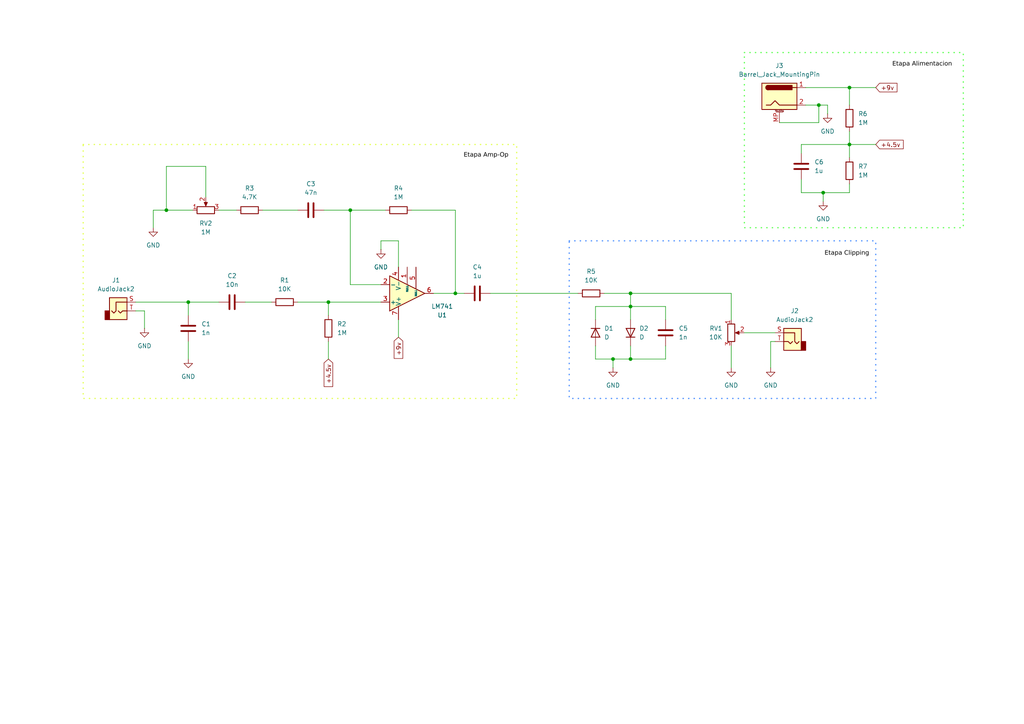
<source format=kicad_sch>
(kicad_sch (version 20231120) (generator "eeschema") (generator_version "8.0")
  (paper "A4")
  (lib_symbols
    (symbol "Amplifier_Operational:LM741" (pin_names (offset 0.127))
      (property "Reference" "U" (at 0 6.35 0))
      (property "Value" "LM741" (at 0 3.81 0))
      (symbol "LM741_0_1"
        (polyline (pts (xy -5.08 5.08) (xy 5.08 0) (xy -5.08 -5.08) (xy -5.08 5.08)) (stroke (width 0.254)) (fill (type background)))
      )
      (symbol "LM741_1_1"
        (pin input line (at 0 -7.62 90) (length 5.08) (name "NULL") (number "1"))
        (pin input line (at -7.62 -2.54 0) (length 2.54) (name "-") (number "2"))
        (pin input line (at -7.62 2.54 0) (length 2.54) (name "+") (number "3"))
        (pin power_in line (at -2.54 -7.62 90) (length 3.81) (name "V-") (number "4"))
        (pin input line (at 2.54 -7.62 90) (length 6.35) (name "NULL") (number "5"))
        (pin output line (at 7.62 0 180) (length 2.54) (name "~") (number "6"))
        (pin power_in line (at -2.54 7.62 270) (length 3.81) (name "V+") (number "7"))
        (pin no_connect line (at 0 2.54 270) (length 2.54) hide (name "NC") (number "8"))
      )
    )
    (symbol "Connector:Barrel_Jack_MountingPin" (pin_names hide)
      (property "Reference" "J" (at 0 5.334 0))
      (property "Value" "Barrel_Jack_MountingPin" (at 1.27 -6.35 0))
      (symbol "Barrel_Jack_MountingPin_0_1"
        (rectangle (start -5.08 3.81) (end 5.08 -3.81) (stroke (width 0.254)) (fill (type background)))
        (arc (start -3.302 3.175) (mid -3.9343 2.54) (end -3.302 1.905) (stroke (width 0.254)))
        (arc (start -3.302 3.175) (mid -3.9343 2.54) (end -3.302 1.905) (stroke (width 0.254)) (fill (type outline)))
        (polyline (pts (xy 5.08 2.54) (xy 3.81 2.54)) (stroke (width 0.254)))
        (polyline (pts (xy -3.81 -2.54) (xy -2.54 -2.54) (xy -1.27 -1.27) (xy 0 -2.54) (xy 2.54 -2.54) (xy 5.08 -2.54)) (stroke (width 0.254)))
        (rectangle (start 3.683 3.175) (end -3.302 1.905) (stroke (width 0.254)) (fill (type outline)))
      )
      (symbol "Barrel_Jack_MountingPin_1_1"
        (polyline (pts (xy -1.016 -4.572) (xy 1.016 -4.572)) (stroke (width 0.1524)))
        (text "Mounting" (at 0 -4.191 0) (effects (font (size 0.381 0.381))))
        (pin passive line (at 7.62 2.54 180) (length 2.54) (name "~") (number "1"))
        (pin passive line (at 7.62 -2.54 180) (length 2.54) (name "~") (number "2"))
        (pin passive line (at 0 -7.62 90) (length 3.048) (name "MountPin") (number "MP"))
      )
    )
    (symbol "Connector_Audio:AudioJack2"
      (property "Reference" "J" (at 0 8.89 0))
      (property "Value" "AudioJack2" (at 0 6.35 0))
      (symbol "AudioJack2_0_1"
        (rectangle (start -3.81 0) (end -2.54 -2.54) (stroke (width 0.254)) (fill (type outline)))
        (rectangle (start -2.54 3.81) (end 2.54 -2.54) (stroke (width 0.254)) (fill (type background)))
        (polyline (pts (xy 0 0) (xy 0.635 -0.635) (xy 1.27 0) (xy 2.54 0)) (stroke (width 0.254)))
        (polyline (pts (xy 2.54 2.54) (xy -0.635 2.54) (xy -0.635 0) (xy -1.27 -0.635) (xy -1.905 0)) (stroke (width 0.254)))
      )
      (symbol "AudioJack2_1_1"
        (pin passive line (at 5.08 2.54 180) (length 2.54) (name "~") (number "S"))
        (pin passive line (at 5.08 0 180) (length 2.54) (name "~") (number "T"))
      )
    )
    (symbol "Device:C" (pin_numbers hide) (pin_names (offset 0.254))
      (property "Reference" "C" (at 0.635 2.54 0))
      (property "Value" "C" (at 0.635 -2.54 0))
      (symbol "C_0_1"
        (polyline (pts (xy -2.032 -0.762) (xy 2.032 -0.762)) (stroke (width 0.508)))
        (polyline (pts (xy -2.032 0.762) (xy 2.032 0.762)) (stroke (width 0.508)))
      )
      (symbol "C_1_1"
        (pin passive line (at 0 3.81 270) (length 2.794) (name "~") (number "1"))
        (pin passive line (at 0 -3.81 90) (length 2.794) (name "~") (number "2"))
      )
    )
    (symbol "Device:D" (pin_numbers hide) (pin_names (offset 1.016) hide)
      (property "Reference" "D" (at 0 2.54 0))
      (property "Value" "D" (at 0 -2.54 0))
      (symbol "D_0_1"
        (polyline (pts (xy -1.27 1.27) (xy -1.27 -1.27)) (stroke (width 0.254)))
        (polyline (pts (xy 1.27 0) (xy -1.27 0)))
        (polyline (pts (xy 1.27 1.27) (xy 1.27 -1.27) (xy -1.27 0) (xy 1.27 1.27)) (stroke (width 0.254)))
      )
      (symbol "D_1_1"
        (pin passive line (at -3.81 0 0) (length 2.54) (name "K") (number "1"))
        (pin passive line (at 3.81 0 180) (length 2.54) (name "A") (number "2"))
      )
    )
    (symbol "Device:R" (pin_numbers hide) (pin_names (offset 0))
      (property "Reference" "R" (at 2.032 0 90))
      (property "Value" "R" (at 0 0 90))
      (symbol "R_0_1"
        (rectangle (start -1.016 -2.54) (end 1.016 2.54) (stroke (width 0.254)))
      )
      (symbol "R_1_1"
        (pin passive line (at 0 3.81 270) (length 1.27) (name "~") (number "1"))
        (pin passive line (at 0 -3.81 90) (length 1.27) (name "~") (number "2"))
      )
    )
    (symbol "Device:R_Potentiometer" (pin_names (offset 1.016) hide)
      (property "Reference" "RV" (at -4.445 0 90))
      (property "Value" "R_Potentiometer" (at -2.54 0 90))
      (symbol "R_Potentiometer_0_1"
        (polyline (pts (xy 2.54 0) (xy 1.524 0)))
        (polyline (pts (xy 1.143 0) (xy 2.286 0.508) (xy 2.286 -0.508) (xy 1.143 0)) (fill (type outline)))
        (rectangle (start 1.016 2.54) (end -1.016 -2.54) (stroke (width 0.254)))
      )
      (symbol "R_Potentiometer_1_1"
        (pin passive line (at 0 3.81 270) (length 1.27) (name "1") (number "1"))
        (pin passive line (at 3.81 0 180) (length 1.27) (name "2") (number "2"))
        (pin passive line (at 0 -3.81 90) (length 1.27) (name "3") (number "3"))
      )
    )
    (symbol "power:GND" (power) (pin_numbers hide) (pin_names (offset 0) hide)
      (property "Value" "GND" (at 0 -3.81 0))
      (symbol "GND_0_1"
        (polyline (pts (xy 0 0) (xy 0 -1.27) (xy 1.27 -1.27) (xy 0 -2.54) (xy -1.27 -1.27) (xy 0 -1.27)))
      )
      (symbol "GND_1_1"
        (pin power_in line (at 0 0 270) (length 0) (name "~") (number "1"))
      )
    )
  )
  (junction (at 238.76 55.88))
  (junction (at 182.88 88.9))
  (junction (at 132.08 85.09))
  (junction (at 177.8 104.14))
  (junction (at 54.61 87.63))
  (junction (at 101.6 60.96))
  (junction (at 246.38 25.4))
  (junction (at 48.26 60.96))
  (junction (at 237.49 30.48))
  (junction (at 246.38 41.91))
  (junction (at 95.25 87.63))
  (junction (at 182.88 85.09))
  (junction (at 182.88 104.14))
  (wire (pts (xy 172.72 104.14) (xy 172.72 100.33)))
  (wire (pts (xy 182.88 85.09) (xy 182.88 88.9)))
  (wire (pts (xy 95.25 99.06) (xy 95.25 104.14)))
  (wire (pts (xy 115.57 69.85) (xy 115.57 77.47)))
  (wire (pts (xy 59.69 57.15) (xy 59.69 48.26)))
  (wire (pts (xy 232.41 44.45) (xy 232.41 41.91)))
  (wire (pts (xy 101.6 60.96) (xy 111.76 60.96)))
  (wire (pts (xy 110.49 82.55) (xy 101.6 82.55)))
  (wire (pts (xy 246.38 41.91) (xy 246.38 45.72)))
  (wire (pts (xy 63.5 60.96) (xy 68.58 60.96)))
  (wire (pts (xy 182.88 88.9) (xy 182.88 92.71)))
  (wire (pts (xy 172.72 92.71) (xy 172.72 88.9)))
  (wire (pts (xy 110.49 72.39) (xy 110.49 69.85)))
  (wire (pts (xy 246.38 53.34) (xy 246.38 55.88)))
  (wire (pts (xy 95.25 87.63) (xy 95.25 91.44)))
  (wire (pts (xy 212.09 92.71) (xy 212.09 85.09)))
  (wire (pts (xy 223.52 99.06) (xy 223.52 106.68)))
  (wire (pts (xy 71.12 87.63) (xy 78.74 87.63)))
  (wire (pts (xy 232.41 41.91) (xy 246.38 41.91)))
  (wire (pts (xy 254 25.4) (xy 246.38 25.4)))
  (wire (pts (xy 48.26 48.26) (xy 48.26 60.96)))
  (wire (pts (xy 54.61 87.63) (xy 54.61 91.44)))
  (wire (pts (xy 193.04 88.9) (xy 182.88 88.9)))
  (wire (pts (xy 238.76 55.88) (xy 238.76 58.42)))
  (wire (pts (xy 119.38 60.96) (xy 132.08 60.96)))
  (wire (pts (xy 95.25 87.63) (xy 110.49 87.63)))
  (wire (pts (xy 76.2 60.96) (xy 86.36 60.96)))
  (wire (pts (xy 246.38 55.88) (xy 238.76 55.88)))
  (wire (pts (xy 246.38 41.91) (xy 254 41.91)))
  (wire (pts (xy 246.38 25.4) (xy 246.38 30.48)))
  (wire (pts (xy 110.49 69.85) (xy 115.57 69.85)))
  (wire (pts (xy 55.88 60.96) (xy 48.26 60.96)))
  (wire (pts (xy 175.26 85.09) (xy 182.88 85.09)))
  (wire (pts (xy 238.76 55.88) (xy 232.41 55.88)))
  (wire (pts (xy 44.45 60.96) (xy 44.45 66.04)))
  (wire (pts (xy 41.91 95.25) (xy 41.91 90.17)))
  (wire (pts (xy 86.36 87.63) (xy 95.25 87.63)))
  (wire (pts (xy 54.61 99.06) (xy 54.61 104.14)))
  (wire (pts (xy 39.37 90.17) (xy 41.91 90.17)))
  (wire (pts (xy 212.09 85.09) (xy 182.88 85.09)))
  (wire (pts (xy 182.88 104.14) (xy 177.8 104.14)))
  (wire (pts (xy 63.5 87.63) (xy 54.61 87.63)))
  (wire (pts (xy 48.26 60.96) (xy 44.45 60.96)))
  (wire (pts (xy 193.04 100.33) (xy 193.04 104.14)))
  (wire (pts (xy 101.6 82.55) (xy 101.6 60.96)))
  (wire (pts (xy 212.09 100.33) (xy 212.09 106.68)))
  (wire (pts (xy 115.57 92.71) (xy 115.57 97.79)))
  (wire (pts (xy 177.8 104.14) (xy 177.8 106.68)))
  (wire (pts (xy 215.9 96.52) (xy 224.79 96.52)))
  (wire (pts (xy 233.68 30.48) (xy 237.49 30.48)))
  (wire (pts (xy 142.24 85.09) (xy 167.64 85.09)))
  (wire (pts (xy 59.69 48.26) (xy 48.26 48.26)))
  (wire (pts (xy 233.68 25.4) (xy 246.38 25.4)))
  (wire (pts (xy 172.72 88.9) (xy 182.88 88.9)))
  (wire (pts (xy 182.88 100.33) (xy 182.88 104.14)))
  (wire (pts (xy 177.8 104.14) (xy 172.72 104.14)))
  (wire (pts (xy 39.37 87.63) (xy 54.61 87.63)))
  (wire (pts (xy 101.6 60.96) (xy 93.98 60.96)))
  (wire (pts (xy 193.04 104.14) (xy 182.88 104.14)))
  (wire (pts (xy 224.79 99.06) (xy 223.52 99.06)))
  (wire (pts (xy 240.03 30.48) (xy 237.49 30.48)))
  (wire (pts (xy 132.08 85.09) (xy 125.73 85.09)))
  (wire (pts (xy 237.49 30.48) (xy 237.49 35.56)))
  (wire (pts (xy 232.41 55.88) (xy 232.41 52.07)))
  (wire (pts (xy 132.08 60.96) (xy 132.08 85.09)))
  (wire (pts (xy 246.38 38.1) (xy 246.38 41.91)))
  (wire (pts (xy 237.49 35.56) (xy 226.06 35.56)))
  (wire (pts (xy 193.04 92.71) (xy 193.04 88.9)))
  (wire (pts (xy 240.03 33.02) (xy 240.03 30.48)))
  (wire (pts (xy 132.08 85.09) (xy 134.62 85.09)))
  (rectangle (start 165.1 69.85) (end 254 115.57) (stroke (width 0.381) (type dot) (color 82 147 255 1)))
  (rectangle (start 215.9 15.24) (end 279.4 66.04) (stroke (width 0.381) (type dot) (color 99 255 88 1)))
  (rectangle (start 24.13 41.91) (end 149.86 115.57) (stroke (width 0.381) (type dot) (color 228 255 89 1)))
  (text "Etapa Alimentacion" (at 267.462 19.05 0) (effects (font (size 1.27 1.27))))
  (text "Etapa Clipping" (at 245.618 73.914 0) (effects (font (size 1.27 1.27))))
  (text "Etapa Amp-Op" (at 140.97 45.466 0) (effects (font (size 1.27 1.27))))
  (global_label "+4.5v" (shape input) (at 254 41.91 0) (property "Intersheetrefs" "${INTERSHEET_REFS}" (effects (hide yes))))
  (global_label "+9v" (shape input) (at 115.57 97.79 270) (property "Intersheetrefs" "${INTERSHEET_REFS}" (effects (hide yes))))
  (global_label "+4.5v" (shape input) (at 95.25 104.14 270) (property "Intersheetrefs" "${INTERSHEET_REFS}" (effects (hide yes))))
  (global_label "+9v" (shape input) (at 254 25.4 0) (property "Intersheetrefs" "${INTERSHEET_REFS}" (effects (hide yes))))
  (symbol (lib_id "Device:D") (at 182.88 96.52 90) (unit 1)
    (property "Reference" "D2" (at 185.42 95.2499 90) (effects (justify right)))
    (property "Value" "D" (at 185.42 97.7899 90) (effects (justify right)))
    (property "Footprint" "Diode_THT:D_DO-35_SOD27_P7.62mm_Horizontal" (effects (hide yes)))
    (property "Description" "Diode" (effects (hide yes)))
    (property "Sim.Device" "D" (effects (hide yes)))
    (property "Sim.Pins" "1=K 2=A" (effects (hide yes)))
  )
  (symbol (lib_id "Amplifier_Operational:LM741") (at 118.11 85.09 0) (mirror x) (unit 1)
    (property "Reference" "U1" (at 128.27 91.4086 0))
    (property "Value" "LM741" (at 128.27 88.8686 0))
    (property "Footprint" "Package_DIP:DIP-8_W7.62mm" (effects (hide yes)))
    (property "Datasheet" "http://www.ti.com/lit/ds/symlink/lm741.pdf" (effects (hide yes)))
    (property "Description" "Operational Amplifier, DIP-8/TO-99-8" (effects (hide yes)))
  )
  (symbol (lib_id "power:GND") (at 212.09 106.68 0) (unit 1)
    (property "Reference" "#PWR06" (effects (hide yes)))
    (property "Value" "GND" (at 212.09 111.76 0))
    (property "Description" "Power symbol creates a global label with name \"GND\" , ground" (effects (hide yes)))
  )
  (symbol (lib_id "Device:R") (at 115.57 60.96 90) (unit 1)
    (property "Reference" "R4" (at 115.57 54.61 90))
    (property "Value" "1M" (at 115.57 57.15 90))
    (property "Footprint" "Resistor_THT:R_Axial_DIN0207_L6.3mm_D2.5mm_P7.62mm_Horizontal" (effects (hide yes)))
    (property "Description" "Resistor" (effects (hide yes)))
  )
  (symbol (lib_id "power:GND") (at 54.61 104.14 0) (unit 1)
    (property "Reference" "#PWR01" (effects (hide yes)))
    (property "Value" "GND" (at 54.61 109.22 0))
    (property "Description" "Power symbol creates a global label with name \"GND\" , ground" (effects (hide yes)))
  )
  (symbol (lib_id "Device:C") (at 67.31 87.63 270) (unit 1)
    (property "Reference" "C2" (at 67.31 80.01 90))
    (property "Value" "10n" (at 67.31 82.55 90))
    (property "Footprint" "Capacitor_THT:C_Disc_D5.0mm_W2.5mm_P5.00mm" (effects (hide yes)))
    (property "Description" "Unpolarized capacitor" (effects (hide yes)))
  )
  (symbol (lib_id "power:GND") (at 240.03 33.02 0) (unit 1)
    (property "Reference" "#PWR010" (effects (hide yes)))
    (property "Value" "GND" (at 240.03 38.1 0))
    (property "Description" "Power symbol creates a global label with name \"GND\" , ground" (effects (hide yes)))
  )
  (symbol (lib_id "Device:C") (at 90.17 60.96 270) (unit 1)
    (property "Reference" "C3" (at 90.17 53.34 90))
    (property "Value" "47n" (at 90.17 55.88 90))
    (property "Footprint" "Capacitor_THT:C_Radial_D6.3mm_H7.0mm_P2.50mm" (effects (hide yes)))
    (property "Description" "Unpolarized capacitor" (effects (hide yes)))
  )
  (symbol (lib_id "power:GND") (at 110.49 72.39 0) (unit 1)
    (property "Reference" "#PWR03" (effects (hide yes)))
    (property "Value" "GND" (at 110.49 77.47 0))
    (property "Description" "Power symbol creates a global label with name \"GND\" , ground" (effects (hide yes)))
  )
  (symbol (lib_id "Device:R") (at 246.38 49.53 180) (unit 1)
    (property "Reference" "R7" (at 248.92 48.2599 0) (effects (justify right)))
    (property "Value" "1M" (at 248.92 50.7999 0) (effects (justify right)))
    (property "Footprint" "Resistor_THT:R_Axial_DIN0207_L6.3mm_D2.5mm_P7.62mm_Horizontal" (effects (hide yes)))
    (property "Description" "Resistor" (effects (hide yes)))
  )
  (symbol (lib_id "Device:R") (at 246.38 34.29 180) (unit 1)
    (property "Reference" "R6" (at 248.92 33.0199 0) (effects (justify right)))
    (property "Value" "1M" (at 248.92 35.5599 0) (effects (justify right)))
    (property "Footprint" "Resistor_THT:R_Axial_DIN0207_L6.3mm_D2.5mm_P7.62mm_Horizontal" (effects (hide yes)))
    (property "Description" "Resistor" (effects (hide yes)))
  )
  (symbol (lib_id "power:GND") (at 44.45 66.04 0) (unit 1)
    (property "Reference" "#PWR04" (effects (hide yes)))
    (property "Value" "GND" (at 44.45 71.12 0))
    (property "Description" "Power symbol creates a global label with name \"GND\" , ground" (effects (hide yes)))
  )
  (symbol (lib_id "Device:C") (at 54.61 95.25 180) (unit 1)
    (property "Reference" "C1" (at 58.42 93.9799 0) (effects (justify right)))
    (property "Value" "1n" (at 58.42 96.5199 0) (effects (justify right)))
    (property "Footprint" "Capacitor_THT:C_Disc_D3.0mm_W2.0mm_P2.50mm" (effects (hide yes)))
    (property "Description" "Unpolarized capacitor" (effects (hide yes)))
  )
  (symbol (lib_id "Device:C") (at 193.04 96.52 0) (unit 1)
    (property "Reference" "C5" (at 196.85 95.2499 0) (effects (justify left)))
    (property "Value" "1n" (at 196.85 97.7899 0) (effects (justify left)))
    (property "Footprint" "Capacitor_THT:C_Disc_D3.0mm_W2.0mm_P2.50mm" (effects (hide yes)))
    (property "Description" "Unpolarized capacitor" (effects (hide yes)))
  )
  (symbol (lib_id "power:GND") (at 177.8 106.68 0) (unit 1)
    (property "Reference" "#PWR05" (effects (hide yes)))
    (property "Value" "GND" (at 177.8 111.76 0))
    (property "Description" "Power symbol creates a global label with name \"GND\" , ground" (effects (hide yes)))
  )
  (symbol (lib_id "Connector:Barrel_Jack_MountingPin") (at 226.06 27.94 0) (unit 1)
    (property "Reference" "J3" (at 226.06 19.05 0))
    (property "Value" "Barrel_Jack_MountingPin" (at 226.06 21.59 0))
    (property "Footprint" "Connector_BarrelJack:BarrelJack_Horizontal" (effects (hide yes)))
    (property "Description" "DC Barrel Jack with a mounting pin" (effects (hide yes)))
  )
  (symbol (lib_id "Device:C") (at 138.43 85.09 270) (unit 1)
    (property "Reference" "C4" (at 138.43 77.47 90))
    (property "Value" "1u" (at 138.43 80.01 90))
    (property "Footprint" "Capacitor_THT:CP_Radial_D5.0mm_P2.00mm" (effects (hide yes)))
    (property "Description" "Unpolarized capacitor" (effects (hide yes)))
  )
  (symbol (lib_id "Device:R_Potentiometer") (at 59.69 60.96 90) (unit 1)
    (property "Reference" "RV2" (at 59.69 64.77 90))
    (property "Value" "1M" (at 59.69 67.31 90))
    (property "Footprint" "Potentiometer_THT:Potentiometer_Alps_RK163_Single_Horizontal" (effects (hide yes)))
    (property "Description" "Potentiometer" (effects (hide yes)))
  )
  (symbol (lib_id "Device:R") (at 171.45 85.09 90) (unit 1)
    (property "Reference" "R5" (at 171.45 78.74 90))
    (property "Value" "10K" (at 171.45 81.28 90))
    (property "Footprint" "Resistor_THT:R_Axial_DIN0207_L6.3mm_D2.5mm_P7.62mm_Horizontal" (effects (hide yes)))
    (property "Description" "Resistor" (effects (hide yes)))
  )
  (symbol (lib_id "Device:R") (at 72.39 60.96 90) (unit 1)
    (property "Reference" "R3" (at 72.39 54.61 90))
    (property "Value" "4.7K" (at 72.39 57.15 90))
    (property "Footprint" "Resistor_THT:R_Axial_DIN0207_L6.3mm_D2.5mm_P7.62mm_Horizontal" (effects (hide yes)))
    (property "Description" "Resistor" (effects (hide yes)))
  )
  (symbol (lib_id "power:GND") (at 223.52 106.68 0) (unit 1)
    (property "Reference" "#PWR08" (effects (hide yes)))
    (property "Value" "GND" (at 223.52 111.76 0))
    (property "Description" "Power symbol creates a global label with name \"GND\" , ground" (effects (hide yes)))
  )
  (symbol (lib_id "Connector_Audio:AudioJack2") (at 229.87 99.06 0) (mirror y) (unit 1)
    (property "Reference" "J2" (at 230.505 90.17 0))
    (property "Value" "AudioJack2" (at 230.505 92.71 0))
    (property "Footprint" "Connector_Audio:Jack_6.35mm_Neutrik_NMJ4HCD2_Horizontal" (effects (hide yes)))
    (property "Description" "Audio Jack, 2 Poles (Mono / TS)" (effects (hide yes)))
  )
  (symbol (lib_id "power:GND") (at 238.76 58.42 0) (unit 1)
    (property "Reference" "#PWR09" (effects (hide yes)))
    (property "Value" "GND" (at 238.76 63.5 0))
    (property "Description" "Power symbol creates a global label with name \"GND\" , ground" (effects (hide yes)))
  )
  (symbol (lib_id "power:GND") (at 41.91 95.25 0) (unit 1)
    (property "Reference" "#PWR07" (effects (hide yes)))
    (property "Value" "GND" (at 41.91 100.33 0))
    (property "Description" "Power symbol creates a global label with name \"GND\" , ground" (effects (hide yes)))
  )
  (symbol (lib_id "Device:R") (at 82.55 87.63 90) (unit 1)
    (property "Reference" "R1" (at 82.55 81.28 90))
    (property "Value" "10K" (at 82.55 83.82 90))
    (property "Footprint" "Resistor_THT:R_Axial_DIN0207_L6.3mm_D2.5mm_P7.62mm_Horizontal" (effects (hide yes)))
    (property "Description" "Resistor" (effects (hide yes)))
  )
  (symbol (lib_id "Connector_Audio:AudioJack2") (at 34.29 90.17 0) (unit 1)
    (property "Reference" "J1" (at 33.655 81.28 0))
    (property "Value" "AudioJack2" (at 33.655 83.82 0))
    (property "Footprint" "Connector_Audio:Jack_6.35mm_Neutrik_NMJ4HCD2_Horizontal" (effects (hide yes)))
    (property "Description" "Audio Jack, 2 Poles (Mono / TS)" (effects (hide yes)))
  )
  (symbol (lib_id "Device:D") (at 172.72 96.52 270) (unit 1)
    (property "Reference" "D1" (at 175.26 95.2499 90) (effects (justify left)))
    (property "Value" "D" (at 175.26 97.7899 90) (effects (justify left)))
    (property "Footprint" "Diode_THT:D_DO-35_SOD27_P7.62mm_Horizontal" (effects (hide yes)))
    (property "Description" "Diode" (effects (hide yes)))
    (property "Sim.Device" "D" (effects (hide yes)))
    (property "Sim.Pins" "1=K 2=A" (effects (hide yes)))
  )
  (symbol (lib_id "Device:R_Potentiometer") (at 212.09 96.52 0) (unit 1)
    (property "Reference" "RV1" (at 209.55 95.2499 0) (effects (justify right)))
    (property "Value" "10K" (at 209.55 97.7899 0) (effects (justify right)))
    (property "Footprint" "Potentiometer_THT:Potentiometer_Alps_RK163_Single_Horizontal" (effects (hide yes)))
    (property "Description" "Potentiometer" (effects (hide yes)))
  )
  (symbol (lib_id "Device:C") (at 232.41 48.26 0) (unit 1)
    (property "Reference" "C6" (at 236.22 46.9899 0) (effects (justify left)))
    (property "Value" "1u" (at 236.22 49.5299 0) (effects (justify left)))
    (property "Footprint" "Capacitor_THT:CP_Radial_D5.0mm_P2.00mm" (effects (hide yes)))
    (property "Description" "Unpolarized capacitor" (effects (hide yes)))
  )
  (symbol (lib_id "Device:R") (at 95.25 95.25 180) (unit 1)
    (property "Reference" "R2" (at 97.79 93.9799 0) (effects (justify right)))
    (property "Value" "1M" (at 97.79 96.5199 0) (effects (justify right)))
    (property "Footprint" "Resistor_THT:R_Axial_DIN0207_L6.3mm_D2.5mm_P7.62mm_Horizontal" (effects (hide yes)))
    (property "Description" "Resistor" (effects (hide yes)))
  )
)
</source>
